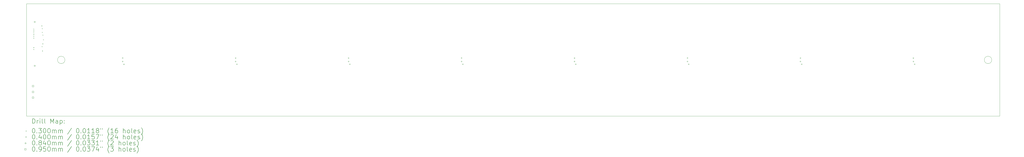
<source format=gbr>
%TF.GenerationSoftware,KiCad,Pcbnew,8.0.2-1*%
%TF.CreationDate,2025-02-21T14:42:29-05:00*%
%TF.ProjectId,OctagonPanels,4f637461-676f-46e5-9061-6e656c732e6b,rev?*%
%TF.SameCoordinates,Original*%
%TF.FileFunction,Drillmap*%
%TF.FilePolarity,Positive*%
%FSLAX45Y45*%
G04 Gerber Fmt 4.5, Leading zero omitted, Abs format (unit mm)*
G04 Created by KiCad (PCBNEW 8.0.2-1) date 2025-02-21 14:42:29*
%MOMM*%
%LPD*%
G01*
G04 APERTURE LIST*
%ADD10C,0.050000*%
%ADD11C,0.200000*%
%ADD12C,0.100000*%
G04 APERTURE END LIST*
D10*
X41330000Y-5860000D02*
X41330000Y-10740000D01*
X40990000Y-8300000D02*
G75*
G02*
X40670000Y-8300000I-160000J0D01*
G01*
X40670000Y-8300000D02*
G75*
G02*
X40990000Y-8300000I160000J0D01*
G01*
X-710000Y-5860000D02*
X41330000Y-5860000D01*
X-710000Y-5860000D02*
X-710000Y-10740000D01*
X950000Y-8300000D02*
G75*
G02*
X630000Y-8300000I-160000J0D01*
G01*
X630000Y-8300000D02*
G75*
G02*
X950000Y-8300000I160000J0D01*
G01*
X-710000Y-10740000D02*
X41330000Y-10740000D01*
D11*
D12*
X-415000Y-6945000D02*
X-385000Y-6975000D01*
X-385000Y-6945000D02*
X-415000Y-6975000D01*
X-415000Y-7025000D02*
X-385000Y-7055000D01*
X-385000Y-7025000D02*
X-415000Y-7055000D01*
X-415000Y-7105000D02*
X-385000Y-7135000D01*
X-385000Y-7105000D02*
X-415000Y-7135000D01*
X-415000Y-7185000D02*
X-385000Y-7215000D01*
X-385000Y-7185000D02*
X-415000Y-7215000D01*
X-415000Y-7265000D02*
X-385000Y-7295000D01*
X-385000Y-7265000D02*
X-415000Y-7295000D01*
X-415000Y-7345000D02*
X-385000Y-7375000D01*
X-385000Y-7345000D02*
X-415000Y-7375000D01*
X-415000Y-7745000D02*
X-385000Y-7775000D01*
X-385000Y-7745000D02*
X-415000Y-7775000D01*
X-415000Y-7825000D02*
X-385000Y-7855000D01*
X-385000Y-7825000D02*
X-415000Y-7855000D01*
X-65000Y-6805000D02*
X-35000Y-6835000D01*
X-35000Y-6805000D02*
X-65000Y-6835000D01*
X-55000Y-7705000D02*
X-25000Y-7735000D01*
X-25000Y-7705000D02*
X-55000Y-7735000D01*
X-45000Y-6925000D02*
X-15000Y-6955000D01*
X-15000Y-6925000D02*
X-45000Y-6955000D01*
X-45000Y-7085000D02*
X-15000Y-7115000D01*
X-15000Y-7085000D02*
X-45000Y-7115000D01*
X-35000Y-7895000D02*
X-5000Y-7925000D01*
X-5000Y-7895000D02*
X-35000Y-7925000D01*
X-25000Y-7585000D02*
X5000Y-7615000D01*
X5000Y-7585000D02*
X-25000Y-7615000D01*
X-20147Y-7205000D02*
X9853Y-7235000D01*
X9853Y-7205000D02*
X-20147Y-7235000D01*
X5000Y-7405000D02*
X35000Y-7435000D01*
X35000Y-7405000D02*
X5000Y-7435000D01*
X3465000Y-8220000D02*
G75*
G02*
X3425000Y-8220000I-20000J0D01*
G01*
X3425000Y-8220000D02*
G75*
G02*
X3465000Y-8220000I20000J0D01*
G01*
X3465000Y-8370000D02*
G75*
G02*
X3425000Y-8370000I-20000J0D01*
G01*
X3425000Y-8370000D02*
G75*
G02*
X3465000Y-8370000I20000J0D01*
G01*
X3520000Y-8490000D02*
G75*
G02*
X3480000Y-8490000I-20000J0D01*
G01*
X3480000Y-8490000D02*
G75*
G02*
X3520000Y-8490000I20000J0D01*
G01*
X8345000Y-8220000D02*
G75*
G02*
X8305000Y-8220000I-20000J0D01*
G01*
X8305000Y-8220000D02*
G75*
G02*
X8345000Y-8220000I20000J0D01*
G01*
X8345000Y-8370000D02*
G75*
G02*
X8305000Y-8370000I-20000J0D01*
G01*
X8305000Y-8370000D02*
G75*
G02*
X8345000Y-8370000I20000J0D01*
G01*
X8400000Y-8490000D02*
G75*
G02*
X8360000Y-8490000I-20000J0D01*
G01*
X8360000Y-8490000D02*
G75*
G02*
X8400000Y-8490000I20000J0D01*
G01*
X13225000Y-8220000D02*
G75*
G02*
X13185000Y-8220000I-20000J0D01*
G01*
X13185000Y-8220000D02*
G75*
G02*
X13225000Y-8220000I20000J0D01*
G01*
X13225000Y-8370000D02*
G75*
G02*
X13185000Y-8370000I-20000J0D01*
G01*
X13185000Y-8370000D02*
G75*
G02*
X13225000Y-8370000I20000J0D01*
G01*
X13280000Y-8490000D02*
G75*
G02*
X13240000Y-8490000I-20000J0D01*
G01*
X13240000Y-8490000D02*
G75*
G02*
X13280000Y-8490000I20000J0D01*
G01*
X18105000Y-8220000D02*
G75*
G02*
X18065000Y-8220000I-20000J0D01*
G01*
X18065000Y-8220000D02*
G75*
G02*
X18105000Y-8220000I20000J0D01*
G01*
X18105000Y-8370000D02*
G75*
G02*
X18065000Y-8370000I-20000J0D01*
G01*
X18065000Y-8370000D02*
G75*
G02*
X18105000Y-8370000I20000J0D01*
G01*
X18160000Y-8490000D02*
G75*
G02*
X18120000Y-8490000I-20000J0D01*
G01*
X18120000Y-8490000D02*
G75*
G02*
X18160000Y-8490000I20000J0D01*
G01*
X22985000Y-8220000D02*
G75*
G02*
X22945000Y-8220000I-20000J0D01*
G01*
X22945000Y-8220000D02*
G75*
G02*
X22985000Y-8220000I20000J0D01*
G01*
X22985000Y-8370000D02*
G75*
G02*
X22945000Y-8370000I-20000J0D01*
G01*
X22945000Y-8370000D02*
G75*
G02*
X22985000Y-8370000I20000J0D01*
G01*
X23040000Y-8490000D02*
G75*
G02*
X23000000Y-8490000I-20000J0D01*
G01*
X23000000Y-8490000D02*
G75*
G02*
X23040000Y-8490000I20000J0D01*
G01*
X27865000Y-8220000D02*
G75*
G02*
X27825000Y-8220000I-20000J0D01*
G01*
X27825000Y-8220000D02*
G75*
G02*
X27865000Y-8220000I20000J0D01*
G01*
X27865000Y-8370000D02*
G75*
G02*
X27825000Y-8370000I-20000J0D01*
G01*
X27825000Y-8370000D02*
G75*
G02*
X27865000Y-8370000I20000J0D01*
G01*
X27920000Y-8490000D02*
G75*
G02*
X27880000Y-8490000I-20000J0D01*
G01*
X27880000Y-8490000D02*
G75*
G02*
X27920000Y-8490000I20000J0D01*
G01*
X32745000Y-8220000D02*
G75*
G02*
X32705000Y-8220000I-20000J0D01*
G01*
X32705000Y-8220000D02*
G75*
G02*
X32745000Y-8220000I20000J0D01*
G01*
X32745000Y-8370000D02*
G75*
G02*
X32705000Y-8370000I-20000J0D01*
G01*
X32705000Y-8370000D02*
G75*
G02*
X32745000Y-8370000I20000J0D01*
G01*
X32800000Y-8490000D02*
G75*
G02*
X32760000Y-8490000I-20000J0D01*
G01*
X32760000Y-8490000D02*
G75*
G02*
X32800000Y-8490000I20000J0D01*
G01*
X37625000Y-8220000D02*
G75*
G02*
X37585000Y-8220000I-20000J0D01*
G01*
X37585000Y-8220000D02*
G75*
G02*
X37625000Y-8220000I20000J0D01*
G01*
X37625000Y-8370000D02*
G75*
G02*
X37585000Y-8370000I-20000J0D01*
G01*
X37585000Y-8370000D02*
G75*
G02*
X37625000Y-8370000I20000J0D01*
G01*
X37680000Y-8490000D02*
G75*
G02*
X37640000Y-8490000I-20000J0D01*
G01*
X37640000Y-8490000D02*
G75*
G02*
X37680000Y-8490000I20000J0D01*
G01*
X-360000Y-6608500D02*
X-360000Y-6692500D01*
X-402000Y-6650500D02*
X-318000Y-6650500D01*
X-360000Y-8507500D02*
X-360000Y-8591500D01*
X-402000Y-8549500D02*
X-318000Y-8549500D01*
X-396412Y-9467082D02*
X-396412Y-9399906D01*
X-463588Y-9399906D01*
X-463588Y-9467082D01*
X-396412Y-9467082D01*
X-396412Y-9717082D02*
X-396412Y-9649906D01*
X-463588Y-9649906D01*
X-463588Y-9717082D01*
X-396412Y-9717082D01*
X-396412Y-9967082D02*
X-396412Y-9899906D01*
X-463588Y-9899906D01*
X-463588Y-9967082D01*
X-396412Y-9967082D01*
D11*
X-451723Y-11053984D02*
X-451723Y-10853984D01*
X-451723Y-10853984D02*
X-404104Y-10853984D01*
X-404104Y-10853984D02*
X-375533Y-10863508D01*
X-375533Y-10863508D02*
X-356485Y-10882555D01*
X-356485Y-10882555D02*
X-346961Y-10901603D01*
X-346961Y-10901603D02*
X-337437Y-10939698D01*
X-337437Y-10939698D02*
X-337437Y-10968270D01*
X-337437Y-10968270D02*
X-346961Y-11006365D01*
X-346961Y-11006365D02*
X-356485Y-11025412D01*
X-356485Y-11025412D02*
X-375533Y-11044460D01*
X-375533Y-11044460D02*
X-404104Y-11053984D01*
X-404104Y-11053984D02*
X-451723Y-11053984D01*
X-251723Y-11053984D02*
X-251723Y-10920650D01*
X-251723Y-10958746D02*
X-242199Y-10939698D01*
X-242199Y-10939698D02*
X-232675Y-10930174D01*
X-232675Y-10930174D02*
X-213628Y-10920650D01*
X-213628Y-10920650D02*
X-194580Y-10920650D01*
X-127914Y-11053984D02*
X-127914Y-10920650D01*
X-127914Y-10853984D02*
X-137437Y-10863508D01*
X-137437Y-10863508D02*
X-127914Y-10873031D01*
X-127914Y-10873031D02*
X-118390Y-10863508D01*
X-118390Y-10863508D02*
X-127914Y-10853984D01*
X-127914Y-10853984D02*
X-127914Y-10873031D01*
X-4104Y-11053984D02*
X-23152Y-11044460D01*
X-23152Y-11044460D02*
X-32675Y-11025412D01*
X-32675Y-11025412D02*
X-32675Y-10853984D01*
X100658Y-11053984D02*
X81610Y-11044460D01*
X81610Y-11044460D02*
X72086Y-11025412D01*
X72086Y-11025412D02*
X72086Y-10853984D01*
X329229Y-11053984D02*
X329229Y-10853984D01*
X329229Y-10853984D02*
X395896Y-10996841D01*
X395896Y-10996841D02*
X462562Y-10853984D01*
X462562Y-10853984D02*
X462562Y-11053984D01*
X643515Y-11053984D02*
X643515Y-10949222D01*
X643515Y-10949222D02*
X633991Y-10930174D01*
X633991Y-10930174D02*
X614944Y-10920650D01*
X614944Y-10920650D02*
X576848Y-10920650D01*
X576848Y-10920650D02*
X557801Y-10930174D01*
X643515Y-11044460D02*
X624467Y-11053984D01*
X624467Y-11053984D02*
X576848Y-11053984D01*
X576848Y-11053984D02*
X557801Y-11044460D01*
X557801Y-11044460D02*
X548277Y-11025412D01*
X548277Y-11025412D02*
X548277Y-11006365D01*
X548277Y-11006365D02*
X557801Y-10987317D01*
X557801Y-10987317D02*
X576848Y-10977793D01*
X576848Y-10977793D02*
X624467Y-10977793D01*
X624467Y-10977793D02*
X643515Y-10968270D01*
X738753Y-10920650D02*
X738753Y-11120650D01*
X738753Y-10930174D02*
X757801Y-10920650D01*
X757801Y-10920650D02*
X795896Y-10920650D01*
X795896Y-10920650D02*
X814943Y-10930174D01*
X814943Y-10930174D02*
X824467Y-10939698D01*
X824467Y-10939698D02*
X833991Y-10958746D01*
X833991Y-10958746D02*
X833991Y-11015889D01*
X833991Y-11015889D02*
X824467Y-11034936D01*
X824467Y-11034936D02*
X814943Y-11044460D01*
X814943Y-11044460D02*
X795896Y-11053984D01*
X795896Y-11053984D02*
X757801Y-11053984D01*
X757801Y-11053984D02*
X738753Y-11044460D01*
X919705Y-11034936D02*
X929229Y-11044460D01*
X929229Y-11044460D02*
X919705Y-11053984D01*
X919705Y-11053984D02*
X910182Y-11044460D01*
X910182Y-11044460D02*
X919705Y-11034936D01*
X919705Y-11034936D02*
X919705Y-11053984D01*
X919705Y-10930174D02*
X929229Y-10939698D01*
X929229Y-10939698D02*
X919705Y-10949222D01*
X919705Y-10949222D02*
X910182Y-10939698D01*
X910182Y-10939698D02*
X919705Y-10930174D01*
X919705Y-10930174D02*
X919705Y-10949222D01*
D12*
X-742500Y-11367500D02*
X-712500Y-11397500D01*
X-712500Y-11367500D02*
X-742500Y-11397500D01*
D11*
X-413628Y-11273984D02*
X-394580Y-11273984D01*
X-394580Y-11273984D02*
X-375533Y-11283508D01*
X-375533Y-11283508D02*
X-366009Y-11293031D01*
X-366009Y-11293031D02*
X-356485Y-11312079D01*
X-356485Y-11312079D02*
X-346961Y-11350174D01*
X-346961Y-11350174D02*
X-346961Y-11397793D01*
X-346961Y-11397793D02*
X-356485Y-11435888D01*
X-356485Y-11435888D02*
X-366009Y-11454936D01*
X-366009Y-11454936D02*
X-375533Y-11464460D01*
X-375533Y-11464460D02*
X-394580Y-11473984D01*
X-394580Y-11473984D02*
X-413628Y-11473984D01*
X-413628Y-11473984D02*
X-432675Y-11464460D01*
X-432675Y-11464460D02*
X-442199Y-11454936D01*
X-442199Y-11454936D02*
X-451723Y-11435888D01*
X-451723Y-11435888D02*
X-461247Y-11397793D01*
X-461247Y-11397793D02*
X-461247Y-11350174D01*
X-461247Y-11350174D02*
X-451723Y-11312079D01*
X-451723Y-11312079D02*
X-442199Y-11293031D01*
X-442199Y-11293031D02*
X-432675Y-11283508D01*
X-432675Y-11283508D02*
X-413628Y-11273984D01*
X-261247Y-11454936D02*
X-251723Y-11464460D01*
X-251723Y-11464460D02*
X-261247Y-11473984D01*
X-261247Y-11473984D02*
X-270771Y-11464460D01*
X-270771Y-11464460D02*
X-261247Y-11454936D01*
X-261247Y-11454936D02*
X-261247Y-11473984D01*
X-185056Y-11273984D02*
X-61247Y-11273984D01*
X-61247Y-11273984D02*
X-127914Y-11350174D01*
X-127914Y-11350174D02*
X-99342Y-11350174D01*
X-99342Y-11350174D02*
X-80295Y-11359698D01*
X-80295Y-11359698D02*
X-70771Y-11369222D01*
X-70771Y-11369222D02*
X-61247Y-11388269D01*
X-61247Y-11388269D02*
X-61247Y-11435888D01*
X-61247Y-11435888D02*
X-70771Y-11454936D01*
X-70771Y-11454936D02*
X-80295Y-11464460D01*
X-80295Y-11464460D02*
X-99342Y-11473984D01*
X-99342Y-11473984D02*
X-156485Y-11473984D01*
X-156485Y-11473984D02*
X-175533Y-11464460D01*
X-175533Y-11464460D02*
X-185056Y-11454936D01*
X62562Y-11273984D02*
X81610Y-11273984D01*
X81610Y-11273984D02*
X100658Y-11283508D01*
X100658Y-11283508D02*
X110182Y-11293031D01*
X110182Y-11293031D02*
X119705Y-11312079D01*
X119705Y-11312079D02*
X129229Y-11350174D01*
X129229Y-11350174D02*
X129229Y-11397793D01*
X129229Y-11397793D02*
X119705Y-11435888D01*
X119705Y-11435888D02*
X110182Y-11454936D01*
X110182Y-11454936D02*
X100658Y-11464460D01*
X100658Y-11464460D02*
X81610Y-11473984D01*
X81610Y-11473984D02*
X62562Y-11473984D01*
X62562Y-11473984D02*
X43515Y-11464460D01*
X43515Y-11464460D02*
X33991Y-11454936D01*
X33991Y-11454936D02*
X24467Y-11435888D01*
X24467Y-11435888D02*
X14943Y-11397793D01*
X14943Y-11397793D02*
X14943Y-11350174D01*
X14943Y-11350174D02*
X24467Y-11312079D01*
X24467Y-11312079D02*
X33991Y-11293031D01*
X33991Y-11293031D02*
X43515Y-11283508D01*
X43515Y-11283508D02*
X62562Y-11273984D01*
X253039Y-11273984D02*
X272086Y-11273984D01*
X272086Y-11273984D02*
X291134Y-11283508D01*
X291134Y-11283508D02*
X300658Y-11293031D01*
X300658Y-11293031D02*
X310182Y-11312079D01*
X310182Y-11312079D02*
X319705Y-11350174D01*
X319705Y-11350174D02*
X319705Y-11397793D01*
X319705Y-11397793D02*
X310182Y-11435888D01*
X310182Y-11435888D02*
X300658Y-11454936D01*
X300658Y-11454936D02*
X291134Y-11464460D01*
X291134Y-11464460D02*
X272086Y-11473984D01*
X272086Y-11473984D02*
X253039Y-11473984D01*
X253039Y-11473984D02*
X233991Y-11464460D01*
X233991Y-11464460D02*
X224467Y-11454936D01*
X224467Y-11454936D02*
X214943Y-11435888D01*
X214943Y-11435888D02*
X205420Y-11397793D01*
X205420Y-11397793D02*
X205420Y-11350174D01*
X205420Y-11350174D02*
X214943Y-11312079D01*
X214943Y-11312079D02*
X224467Y-11293031D01*
X224467Y-11293031D02*
X233991Y-11283508D01*
X233991Y-11283508D02*
X253039Y-11273984D01*
X405420Y-11473984D02*
X405420Y-11340650D01*
X405420Y-11359698D02*
X414943Y-11350174D01*
X414943Y-11350174D02*
X433991Y-11340650D01*
X433991Y-11340650D02*
X462563Y-11340650D01*
X462563Y-11340650D02*
X481610Y-11350174D01*
X481610Y-11350174D02*
X491134Y-11369222D01*
X491134Y-11369222D02*
X491134Y-11473984D01*
X491134Y-11369222D02*
X500658Y-11350174D01*
X500658Y-11350174D02*
X519705Y-11340650D01*
X519705Y-11340650D02*
X548277Y-11340650D01*
X548277Y-11340650D02*
X567325Y-11350174D01*
X567325Y-11350174D02*
X576848Y-11369222D01*
X576848Y-11369222D02*
X576848Y-11473984D01*
X672086Y-11473984D02*
X672086Y-11340650D01*
X672086Y-11359698D02*
X681610Y-11350174D01*
X681610Y-11350174D02*
X700658Y-11340650D01*
X700658Y-11340650D02*
X729229Y-11340650D01*
X729229Y-11340650D02*
X748277Y-11350174D01*
X748277Y-11350174D02*
X757801Y-11369222D01*
X757801Y-11369222D02*
X757801Y-11473984D01*
X757801Y-11369222D02*
X767324Y-11350174D01*
X767324Y-11350174D02*
X786372Y-11340650D01*
X786372Y-11340650D02*
X814943Y-11340650D01*
X814943Y-11340650D02*
X833991Y-11350174D01*
X833991Y-11350174D02*
X843515Y-11369222D01*
X843515Y-11369222D02*
X843515Y-11473984D01*
X1233991Y-11264460D02*
X1062563Y-11521603D01*
X1491134Y-11273984D02*
X1510182Y-11273984D01*
X1510182Y-11273984D02*
X1529229Y-11283508D01*
X1529229Y-11283508D02*
X1538753Y-11293031D01*
X1538753Y-11293031D02*
X1548277Y-11312079D01*
X1548277Y-11312079D02*
X1557801Y-11350174D01*
X1557801Y-11350174D02*
X1557801Y-11397793D01*
X1557801Y-11397793D02*
X1548277Y-11435888D01*
X1548277Y-11435888D02*
X1538753Y-11454936D01*
X1538753Y-11454936D02*
X1529229Y-11464460D01*
X1529229Y-11464460D02*
X1510182Y-11473984D01*
X1510182Y-11473984D02*
X1491134Y-11473984D01*
X1491134Y-11473984D02*
X1472086Y-11464460D01*
X1472086Y-11464460D02*
X1462563Y-11454936D01*
X1462563Y-11454936D02*
X1453039Y-11435888D01*
X1453039Y-11435888D02*
X1443515Y-11397793D01*
X1443515Y-11397793D02*
X1443515Y-11350174D01*
X1443515Y-11350174D02*
X1453039Y-11312079D01*
X1453039Y-11312079D02*
X1462563Y-11293031D01*
X1462563Y-11293031D02*
X1472086Y-11283508D01*
X1472086Y-11283508D02*
X1491134Y-11273984D01*
X1643515Y-11454936D02*
X1653039Y-11464460D01*
X1653039Y-11464460D02*
X1643515Y-11473984D01*
X1643515Y-11473984D02*
X1633991Y-11464460D01*
X1633991Y-11464460D02*
X1643515Y-11454936D01*
X1643515Y-11454936D02*
X1643515Y-11473984D01*
X1776848Y-11273984D02*
X1795896Y-11273984D01*
X1795896Y-11273984D02*
X1814944Y-11283508D01*
X1814944Y-11283508D02*
X1824467Y-11293031D01*
X1824467Y-11293031D02*
X1833991Y-11312079D01*
X1833991Y-11312079D02*
X1843515Y-11350174D01*
X1843515Y-11350174D02*
X1843515Y-11397793D01*
X1843515Y-11397793D02*
X1833991Y-11435888D01*
X1833991Y-11435888D02*
X1824467Y-11454936D01*
X1824467Y-11454936D02*
X1814944Y-11464460D01*
X1814944Y-11464460D02*
X1795896Y-11473984D01*
X1795896Y-11473984D02*
X1776848Y-11473984D01*
X1776848Y-11473984D02*
X1757801Y-11464460D01*
X1757801Y-11464460D02*
X1748277Y-11454936D01*
X1748277Y-11454936D02*
X1738753Y-11435888D01*
X1738753Y-11435888D02*
X1729229Y-11397793D01*
X1729229Y-11397793D02*
X1729229Y-11350174D01*
X1729229Y-11350174D02*
X1738753Y-11312079D01*
X1738753Y-11312079D02*
X1748277Y-11293031D01*
X1748277Y-11293031D02*
X1757801Y-11283508D01*
X1757801Y-11283508D02*
X1776848Y-11273984D01*
X2033991Y-11473984D02*
X1919706Y-11473984D01*
X1976848Y-11473984D02*
X1976848Y-11273984D01*
X1976848Y-11273984D02*
X1957801Y-11302555D01*
X1957801Y-11302555D02*
X1938753Y-11321603D01*
X1938753Y-11321603D02*
X1919706Y-11331127D01*
X2224468Y-11473984D02*
X2110182Y-11473984D01*
X2167325Y-11473984D02*
X2167325Y-11273984D01*
X2167325Y-11273984D02*
X2148277Y-11302555D01*
X2148277Y-11302555D02*
X2129229Y-11321603D01*
X2129229Y-11321603D02*
X2110182Y-11331127D01*
X2338753Y-11359698D02*
X2319706Y-11350174D01*
X2319706Y-11350174D02*
X2310182Y-11340650D01*
X2310182Y-11340650D02*
X2300658Y-11321603D01*
X2300658Y-11321603D02*
X2300658Y-11312079D01*
X2300658Y-11312079D02*
X2310182Y-11293031D01*
X2310182Y-11293031D02*
X2319706Y-11283508D01*
X2319706Y-11283508D02*
X2338753Y-11273984D01*
X2338753Y-11273984D02*
X2376849Y-11273984D01*
X2376849Y-11273984D02*
X2395896Y-11283508D01*
X2395896Y-11283508D02*
X2405420Y-11293031D01*
X2405420Y-11293031D02*
X2414944Y-11312079D01*
X2414944Y-11312079D02*
X2414944Y-11321603D01*
X2414944Y-11321603D02*
X2405420Y-11340650D01*
X2405420Y-11340650D02*
X2395896Y-11350174D01*
X2395896Y-11350174D02*
X2376849Y-11359698D01*
X2376849Y-11359698D02*
X2338753Y-11359698D01*
X2338753Y-11359698D02*
X2319706Y-11369222D01*
X2319706Y-11369222D02*
X2310182Y-11378746D01*
X2310182Y-11378746D02*
X2300658Y-11397793D01*
X2300658Y-11397793D02*
X2300658Y-11435888D01*
X2300658Y-11435888D02*
X2310182Y-11454936D01*
X2310182Y-11454936D02*
X2319706Y-11464460D01*
X2319706Y-11464460D02*
X2338753Y-11473984D01*
X2338753Y-11473984D02*
X2376849Y-11473984D01*
X2376849Y-11473984D02*
X2395896Y-11464460D01*
X2395896Y-11464460D02*
X2405420Y-11454936D01*
X2405420Y-11454936D02*
X2414944Y-11435888D01*
X2414944Y-11435888D02*
X2414944Y-11397793D01*
X2414944Y-11397793D02*
X2405420Y-11378746D01*
X2405420Y-11378746D02*
X2395896Y-11369222D01*
X2395896Y-11369222D02*
X2376849Y-11359698D01*
X2491134Y-11273984D02*
X2491134Y-11312079D01*
X2567325Y-11273984D02*
X2567325Y-11312079D01*
X2862563Y-11550174D02*
X2853039Y-11540650D01*
X2853039Y-11540650D02*
X2833991Y-11512079D01*
X2833991Y-11512079D02*
X2824468Y-11493031D01*
X2824468Y-11493031D02*
X2814944Y-11464460D01*
X2814944Y-11464460D02*
X2805420Y-11416841D01*
X2805420Y-11416841D02*
X2805420Y-11378746D01*
X2805420Y-11378746D02*
X2814944Y-11331127D01*
X2814944Y-11331127D02*
X2824468Y-11302555D01*
X2824468Y-11302555D02*
X2833991Y-11283508D01*
X2833991Y-11283508D02*
X2853039Y-11254936D01*
X2853039Y-11254936D02*
X2862563Y-11245412D01*
X3043515Y-11473984D02*
X2929229Y-11473984D01*
X2986372Y-11473984D02*
X2986372Y-11273984D01*
X2986372Y-11273984D02*
X2967325Y-11302555D01*
X2967325Y-11302555D02*
X2948277Y-11321603D01*
X2948277Y-11321603D02*
X2929229Y-11331127D01*
X3214944Y-11273984D02*
X3176848Y-11273984D01*
X3176848Y-11273984D02*
X3157801Y-11283508D01*
X3157801Y-11283508D02*
X3148277Y-11293031D01*
X3148277Y-11293031D02*
X3129229Y-11321603D01*
X3129229Y-11321603D02*
X3119706Y-11359698D01*
X3119706Y-11359698D02*
X3119706Y-11435888D01*
X3119706Y-11435888D02*
X3129229Y-11454936D01*
X3129229Y-11454936D02*
X3138753Y-11464460D01*
X3138753Y-11464460D02*
X3157801Y-11473984D01*
X3157801Y-11473984D02*
X3195896Y-11473984D01*
X3195896Y-11473984D02*
X3214944Y-11464460D01*
X3214944Y-11464460D02*
X3224468Y-11454936D01*
X3224468Y-11454936D02*
X3233991Y-11435888D01*
X3233991Y-11435888D02*
X3233991Y-11388269D01*
X3233991Y-11388269D02*
X3224468Y-11369222D01*
X3224468Y-11369222D02*
X3214944Y-11359698D01*
X3214944Y-11359698D02*
X3195896Y-11350174D01*
X3195896Y-11350174D02*
X3157801Y-11350174D01*
X3157801Y-11350174D02*
X3138753Y-11359698D01*
X3138753Y-11359698D02*
X3129229Y-11369222D01*
X3129229Y-11369222D02*
X3119706Y-11388269D01*
X3472087Y-11473984D02*
X3472087Y-11273984D01*
X3557801Y-11473984D02*
X3557801Y-11369222D01*
X3557801Y-11369222D02*
X3548277Y-11350174D01*
X3548277Y-11350174D02*
X3529230Y-11340650D01*
X3529230Y-11340650D02*
X3500658Y-11340650D01*
X3500658Y-11340650D02*
X3481610Y-11350174D01*
X3481610Y-11350174D02*
X3472087Y-11359698D01*
X3681610Y-11473984D02*
X3662563Y-11464460D01*
X3662563Y-11464460D02*
X3653039Y-11454936D01*
X3653039Y-11454936D02*
X3643515Y-11435888D01*
X3643515Y-11435888D02*
X3643515Y-11378746D01*
X3643515Y-11378746D02*
X3653039Y-11359698D01*
X3653039Y-11359698D02*
X3662563Y-11350174D01*
X3662563Y-11350174D02*
X3681610Y-11340650D01*
X3681610Y-11340650D02*
X3710182Y-11340650D01*
X3710182Y-11340650D02*
X3729230Y-11350174D01*
X3729230Y-11350174D02*
X3738753Y-11359698D01*
X3738753Y-11359698D02*
X3748277Y-11378746D01*
X3748277Y-11378746D02*
X3748277Y-11435888D01*
X3748277Y-11435888D02*
X3738753Y-11454936D01*
X3738753Y-11454936D02*
X3729230Y-11464460D01*
X3729230Y-11464460D02*
X3710182Y-11473984D01*
X3710182Y-11473984D02*
X3681610Y-11473984D01*
X3862563Y-11473984D02*
X3843515Y-11464460D01*
X3843515Y-11464460D02*
X3833991Y-11445412D01*
X3833991Y-11445412D02*
X3833991Y-11273984D01*
X4014944Y-11464460D02*
X3995896Y-11473984D01*
X3995896Y-11473984D02*
X3957801Y-11473984D01*
X3957801Y-11473984D02*
X3938753Y-11464460D01*
X3938753Y-11464460D02*
X3929230Y-11445412D01*
X3929230Y-11445412D02*
X3929230Y-11369222D01*
X3929230Y-11369222D02*
X3938753Y-11350174D01*
X3938753Y-11350174D02*
X3957801Y-11340650D01*
X3957801Y-11340650D02*
X3995896Y-11340650D01*
X3995896Y-11340650D02*
X4014944Y-11350174D01*
X4014944Y-11350174D02*
X4024468Y-11369222D01*
X4024468Y-11369222D02*
X4024468Y-11388269D01*
X4024468Y-11388269D02*
X3929230Y-11407317D01*
X4100658Y-11464460D02*
X4119706Y-11473984D01*
X4119706Y-11473984D02*
X4157801Y-11473984D01*
X4157801Y-11473984D02*
X4176849Y-11464460D01*
X4176849Y-11464460D02*
X4186372Y-11445412D01*
X4186372Y-11445412D02*
X4186372Y-11435888D01*
X4186372Y-11435888D02*
X4176849Y-11416841D01*
X4176849Y-11416841D02*
X4157801Y-11407317D01*
X4157801Y-11407317D02*
X4129230Y-11407317D01*
X4129230Y-11407317D02*
X4110182Y-11397793D01*
X4110182Y-11397793D02*
X4100658Y-11378746D01*
X4100658Y-11378746D02*
X4100658Y-11369222D01*
X4100658Y-11369222D02*
X4110182Y-11350174D01*
X4110182Y-11350174D02*
X4129230Y-11340650D01*
X4129230Y-11340650D02*
X4157801Y-11340650D01*
X4157801Y-11340650D02*
X4176849Y-11350174D01*
X4253039Y-11550174D02*
X4262563Y-11540650D01*
X4262563Y-11540650D02*
X4281611Y-11512079D01*
X4281611Y-11512079D02*
X4291134Y-11493031D01*
X4291134Y-11493031D02*
X4300658Y-11464460D01*
X4300658Y-11464460D02*
X4310182Y-11416841D01*
X4310182Y-11416841D02*
X4310182Y-11378746D01*
X4310182Y-11378746D02*
X4300658Y-11331127D01*
X4300658Y-11331127D02*
X4291134Y-11302555D01*
X4291134Y-11302555D02*
X4281611Y-11283508D01*
X4281611Y-11283508D02*
X4262563Y-11254936D01*
X4262563Y-11254936D02*
X4253039Y-11245412D01*
D12*
X-712500Y-11646500D02*
G75*
G02*
X-752500Y-11646500I-20000J0D01*
G01*
X-752500Y-11646500D02*
G75*
G02*
X-712500Y-11646500I20000J0D01*
G01*
D11*
X-413628Y-11537984D02*
X-394580Y-11537984D01*
X-394580Y-11537984D02*
X-375533Y-11547508D01*
X-375533Y-11547508D02*
X-366009Y-11557031D01*
X-366009Y-11557031D02*
X-356485Y-11576079D01*
X-356485Y-11576079D02*
X-346961Y-11614174D01*
X-346961Y-11614174D02*
X-346961Y-11661793D01*
X-346961Y-11661793D02*
X-356485Y-11699888D01*
X-356485Y-11699888D02*
X-366009Y-11718936D01*
X-366009Y-11718936D02*
X-375533Y-11728460D01*
X-375533Y-11728460D02*
X-394580Y-11737984D01*
X-394580Y-11737984D02*
X-413628Y-11737984D01*
X-413628Y-11737984D02*
X-432675Y-11728460D01*
X-432675Y-11728460D02*
X-442199Y-11718936D01*
X-442199Y-11718936D02*
X-451723Y-11699888D01*
X-451723Y-11699888D02*
X-461247Y-11661793D01*
X-461247Y-11661793D02*
X-461247Y-11614174D01*
X-461247Y-11614174D02*
X-451723Y-11576079D01*
X-451723Y-11576079D02*
X-442199Y-11557031D01*
X-442199Y-11557031D02*
X-432675Y-11547508D01*
X-432675Y-11547508D02*
X-413628Y-11537984D01*
X-261247Y-11718936D02*
X-251723Y-11728460D01*
X-251723Y-11728460D02*
X-261247Y-11737984D01*
X-261247Y-11737984D02*
X-270771Y-11728460D01*
X-270771Y-11728460D02*
X-261247Y-11718936D01*
X-261247Y-11718936D02*
X-261247Y-11737984D01*
X-80295Y-11604650D02*
X-80295Y-11737984D01*
X-127914Y-11528460D02*
X-175533Y-11671317D01*
X-175533Y-11671317D02*
X-51723Y-11671317D01*
X62562Y-11537984D02*
X81610Y-11537984D01*
X81610Y-11537984D02*
X100658Y-11547508D01*
X100658Y-11547508D02*
X110182Y-11557031D01*
X110182Y-11557031D02*
X119705Y-11576079D01*
X119705Y-11576079D02*
X129229Y-11614174D01*
X129229Y-11614174D02*
X129229Y-11661793D01*
X129229Y-11661793D02*
X119705Y-11699888D01*
X119705Y-11699888D02*
X110182Y-11718936D01*
X110182Y-11718936D02*
X100658Y-11728460D01*
X100658Y-11728460D02*
X81610Y-11737984D01*
X81610Y-11737984D02*
X62562Y-11737984D01*
X62562Y-11737984D02*
X43515Y-11728460D01*
X43515Y-11728460D02*
X33991Y-11718936D01*
X33991Y-11718936D02*
X24467Y-11699888D01*
X24467Y-11699888D02*
X14943Y-11661793D01*
X14943Y-11661793D02*
X14943Y-11614174D01*
X14943Y-11614174D02*
X24467Y-11576079D01*
X24467Y-11576079D02*
X33991Y-11557031D01*
X33991Y-11557031D02*
X43515Y-11547508D01*
X43515Y-11547508D02*
X62562Y-11537984D01*
X253039Y-11537984D02*
X272086Y-11537984D01*
X272086Y-11537984D02*
X291134Y-11547508D01*
X291134Y-11547508D02*
X300658Y-11557031D01*
X300658Y-11557031D02*
X310182Y-11576079D01*
X310182Y-11576079D02*
X319705Y-11614174D01*
X319705Y-11614174D02*
X319705Y-11661793D01*
X319705Y-11661793D02*
X310182Y-11699888D01*
X310182Y-11699888D02*
X300658Y-11718936D01*
X300658Y-11718936D02*
X291134Y-11728460D01*
X291134Y-11728460D02*
X272086Y-11737984D01*
X272086Y-11737984D02*
X253039Y-11737984D01*
X253039Y-11737984D02*
X233991Y-11728460D01*
X233991Y-11728460D02*
X224467Y-11718936D01*
X224467Y-11718936D02*
X214943Y-11699888D01*
X214943Y-11699888D02*
X205420Y-11661793D01*
X205420Y-11661793D02*
X205420Y-11614174D01*
X205420Y-11614174D02*
X214943Y-11576079D01*
X214943Y-11576079D02*
X224467Y-11557031D01*
X224467Y-11557031D02*
X233991Y-11547508D01*
X233991Y-11547508D02*
X253039Y-11537984D01*
X405420Y-11737984D02*
X405420Y-11604650D01*
X405420Y-11623698D02*
X414943Y-11614174D01*
X414943Y-11614174D02*
X433991Y-11604650D01*
X433991Y-11604650D02*
X462563Y-11604650D01*
X462563Y-11604650D02*
X481610Y-11614174D01*
X481610Y-11614174D02*
X491134Y-11633222D01*
X491134Y-11633222D02*
X491134Y-11737984D01*
X491134Y-11633222D02*
X500658Y-11614174D01*
X500658Y-11614174D02*
X519705Y-11604650D01*
X519705Y-11604650D02*
X548277Y-11604650D01*
X548277Y-11604650D02*
X567325Y-11614174D01*
X567325Y-11614174D02*
X576848Y-11633222D01*
X576848Y-11633222D02*
X576848Y-11737984D01*
X672086Y-11737984D02*
X672086Y-11604650D01*
X672086Y-11623698D02*
X681610Y-11614174D01*
X681610Y-11614174D02*
X700658Y-11604650D01*
X700658Y-11604650D02*
X729229Y-11604650D01*
X729229Y-11604650D02*
X748277Y-11614174D01*
X748277Y-11614174D02*
X757801Y-11633222D01*
X757801Y-11633222D02*
X757801Y-11737984D01*
X757801Y-11633222D02*
X767324Y-11614174D01*
X767324Y-11614174D02*
X786372Y-11604650D01*
X786372Y-11604650D02*
X814943Y-11604650D01*
X814943Y-11604650D02*
X833991Y-11614174D01*
X833991Y-11614174D02*
X843515Y-11633222D01*
X843515Y-11633222D02*
X843515Y-11737984D01*
X1233991Y-11528460D02*
X1062563Y-11785603D01*
X1491134Y-11537984D02*
X1510182Y-11537984D01*
X1510182Y-11537984D02*
X1529229Y-11547508D01*
X1529229Y-11547508D02*
X1538753Y-11557031D01*
X1538753Y-11557031D02*
X1548277Y-11576079D01*
X1548277Y-11576079D02*
X1557801Y-11614174D01*
X1557801Y-11614174D02*
X1557801Y-11661793D01*
X1557801Y-11661793D02*
X1548277Y-11699888D01*
X1548277Y-11699888D02*
X1538753Y-11718936D01*
X1538753Y-11718936D02*
X1529229Y-11728460D01*
X1529229Y-11728460D02*
X1510182Y-11737984D01*
X1510182Y-11737984D02*
X1491134Y-11737984D01*
X1491134Y-11737984D02*
X1472086Y-11728460D01*
X1472086Y-11728460D02*
X1462563Y-11718936D01*
X1462563Y-11718936D02*
X1453039Y-11699888D01*
X1453039Y-11699888D02*
X1443515Y-11661793D01*
X1443515Y-11661793D02*
X1443515Y-11614174D01*
X1443515Y-11614174D02*
X1453039Y-11576079D01*
X1453039Y-11576079D02*
X1462563Y-11557031D01*
X1462563Y-11557031D02*
X1472086Y-11547508D01*
X1472086Y-11547508D02*
X1491134Y-11537984D01*
X1643515Y-11718936D02*
X1653039Y-11728460D01*
X1653039Y-11728460D02*
X1643515Y-11737984D01*
X1643515Y-11737984D02*
X1633991Y-11728460D01*
X1633991Y-11728460D02*
X1643515Y-11718936D01*
X1643515Y-11718936D02*
X1643515Y-11737984D01*
X1776848Y-11537984D02*
X1795896Y-11537984D01*
X1795896Y-11537984D02*
X1814944Y-11547508D01*
X1814944Y-11547508D02*
X1824467Y-11557031D01*
X1824467Y-11557031D02*
X1833991Y-11576079D01*
X1833991Y-11576079D02*
X1843515Y-11614174D01*
X1843515Y-11614174D02*
X1843515Y-11661793D01*
X1843515Y-11661793D02*
X1833991Y-11699888D01*
X1833991Y-11699888D02*
X1824467Y-11718936D01*
X1824467Y-11718936D02*
X1814944Y-11728460D01*
X1814944Y-11728460D02*
X1795896Y-11737984D01*
X1795896Y-11737984D02*
X1776848Y-11737984D01*
X1776848Y-11737984D02*
X1757801Y-11728460D01*
X1757801Y-11728460D02*
X1748277Y-11718936D01*
X1748277Y-11718936D02*
X1738753Y-11699888D01*
X1738753Y-11699888D02*
X1729229Y-11661793D01*
X1729229Y-11661793D02*
X1729229Y-11614174D01*
X1729229Y-11614174D02*
X1738753Y-11576079D01*
X1738753Y-11576079D02*
X1748277Y-11557031D01*
X1748277Y-11557031D02*
X1757801Y-11547508D01*
X1757801Y-11547508D02*
X1776848Y-11537984D01*
X2033991Y-11737984D02*
X1919706Y-11737984D01*
X1976848Y-11737984D02*
X1976848Y-11537984D01*
X1976848Y-11537984D02*
X1957801Y-11566555D01*
X1957801Y-11566555D02*
X1938753Y-11585603D01*
X1938753Y-11585603D02*
X1919706Y-11595127D01*
X2214944Y-11537984D02*
X2119706Y-11537984D01*
X2119706Y-11537984D02*
X2110182Y-11633222D01*
X2110182Y-11633222D02*
X2119706Y-11623698D01*
X2119706Y-11623698D02*
X2138753Y-11614174D01*
X2138753Y-11614174D02*
X2186372Y-11614174D01*
X2186372Y-11614174D02*
X2205420Y-11623698D01*
X2205420Y-11623698D02*
X2214944Y-11633222D01*
X2214944Y-11633222D02*
X2224468Y-11652269D01*
X2224468Y-11652269D02*
X2224468Y-11699888D01*
X2224468Y-11699888D02*
X2214944Y-11718936D01*
X2214944Y-11718936D02*
X2205420Y-11728460D01*
X2205420Y-11728460D02*
X2186372Y-11737984D01*
X2186372Y-11737984D02*
X2138753Y-11737984D01*
X2138753Y-11737984D02*
X2119706Y-11728460D01*
X2119706Y-11728460D02*
X2110182Y-11718936D01*
X2291134Y-11537984D02*
X2424468Y-11537984D01*
X2424468Y-11537984D02*
X2338753Y-11737984D01*
X2491134Y-11537984D02*
X2491134Y-11576079D01*
X2567325Y-11537984D02*
X2567325Y-11576079D01*
X2862563Y-11814174D02*
X2853039Y-11804650D01*
X2853039Y-11804650D02*
X2833991Y-11776079D01*
X2833991Y-11776079D02*
X2824468Y-11757031D01*
X2824468Y-11757031D02*
X2814944Y-11728460D01*
X2814944Y-11728460D02*
X2805420Y-11680841D01*
X2805420Y-11680841D02*
X2805420Y-11642746D01*
X2805420Y-11642746D02*
X2814944Y-11595127D01*
X2814944Y-11595127D02*
X2824468Y-11566555D01*
X2824468Y-11566555D02*
X2833991Y-11547508D01*
X2833991Y-11547508D02*
X2853039Y-11518936D01*
X2853039Y-11518936D02*
X2862563Y-11509412D01*
X2929229Y-11557031D02*
X2938753Y-11547508D01*
X2938753Y-11547508D02*
X2957801Y-11537984D01*
X2957801Y-11537984D02*
X3005420Y-11537984D01*
X3005420Y-11537984D02*
X3024468Y-11547508D01*
X3024468Y-11547508D02*
X3033991Y-11557031D01*
X3033991Y-11557031D02*
X3043515Y-11576079D01*
X3043515Y-11576079D02*
X3043515Y-11595127D01*
X3043515Y-11595127D02*
X3033991Y-11623698D01*
X3033991Y-11623698D02*
X2919706Y-11737984D01*
X2919706Y-11737984D02*
X3043515Y-11737984D01*
X3214944Y-11604650D02*
X3214944Y-11737984D01*
X3167325Y-11528460D02*
X3119706Y-11671317D01*
X3119706Y-11671317D02*
X3243515Y-11671317D01*
X3472087Y-11737984D02*
X3472087Y-11537984D01*
X3557801Y-11737984D02*
X3557801Y-11633222D01*
X3557801Y-11633222D02*
X3548277Y-11614174D01*
X3548277Y-11614174D02*
X3529230Y-11604650D01*
X3529230Y-11604650D02*
X3500658Y-11604650D01*
X3500658Y-11604650D02*
X3481610Y-11614174D01*
X3481610Y-11614174D02*
X3472087Y-11623698D01*
X3681610Y-11737984D02*
X3662563Y-11728460D01*
X3662563Y-11728460D02*
X3653039Y-11718936D01*
X3653039Y-11718936D02*
X3643515Y-11699888D01*
X3643515Y-11699888D02*
X3643515Y-11642746D01*
X3643515Y-11642746D02*
X3653039Y-11623698D01*
X3653039Y-11623698D02*
X3662563Y-11614174D01*
X3662563Y-11614174D02*
X3681610Y-11604650D01*
X3681610Y-11604650D02*
X3710182Y-11604650D01*
X3710182Y-11604650D02*
X3729230Y-11614174D01*
X3729230Y-11614174D02*
X3738753Y-11623698D01*
X3738753Y-11623698D02*
X3748277Y-11642746D01*
X3748277Y-11642746D02*
X3748277Y-11699888D01*
X3748277Y-11699888D02*
X3738753Y-11718936D01*
X3738753Y-11718936D02*
X3729230Y-11728460D01*
X3729230Y-11728460D02*
X3710182Y-11737984D01*
X3710182Y-11737984D02*
X3681610Y-11737984D01*
X3862563Y-11737984D02*
X3843515Y-11728460D01*
X3843515Y-11728460D02*
X3833991Y-11709412D01*
X3833991Y-11709412D02*
X3833991Y-11537984D01*
X4014944Y-11728460D02*
X3995896Y-11737984D01*
X3995896Y-11737984D02*
X3957801Y-11737984D01*
X3957801Y-11737984D02*
X3938753Y-11728460D01*
X3938753Y-11728460D02*
X3929230Y-11709412D01*
X3929230Y-11709412D02*
X3929230Y-11633222D01*
X3929230Y-11633222D02*
X3938753Y-11614174D01*
X3938753Y-11614174D02*
X3957801Y-11604650D01*
X3957801Y-11604650D02*
X3995896Y-11604650D01*
X3995896Y-11604650D02*
X4014944Y-11614174D01*
X4014944Y-11614174D02*
X4024468Y-11633222D01*
X4024468Y-11633222D02*
X4024468Y-11652269D01*
X4024468Y-11652269D02*
X3929230Y-11671317D01*
X4100658Y-11728460D02*
X4119706Y-11737984D01*
X4119706Y-11737984D02*
X4157801Y-11737984D01*
X4157801Y-11737984D02*
X4176849Y-11728460D01*
X4176849Y-11728460D02*
X4186372Y-11709412D01*
X4186372Y-11709412D02*
X4186372Y-11699888D01*
X4186372Y-11699888D02*
X4176849Y-11680841D01*
X4176849Y-11680841D02*
X4157801Y-11671317D01*
X4157801Y-11671317D02*
X4129230Y-11671317D01*
X4129230Y-11671317D02*
X4110182Y-11661793D01*
X4110182Y-11661793D02*
X4100658Y-11642746D01*
X4100658Y-11642746D02*
X4100658Y-11633222D01*
X4100658Y-11633222D02*
X4110182Y-11614174D01*
X4110182Y-11614174D02*
X4129230Y-11604650D01*
X4129230Y-11604650D02*
X4157801Y-11604650D01*
X4157801Y-11604650D02*
X4176849Y-11614174D01*
X4253039Y-11814174D02*
X4262563Y-11804650D01*
X4262563Y-11804650D02*
X4281611Y-11776079D01*
X4281611Y-11776079D02*
X4291134Y-11757031D01*
X4291134Y-11757031D02*
X4300658Y-11728460D01*
X4300658Y-11728460D02*
X4310182Y-11680841D01*
X4310182Y-11680841D02*
X4310182Y-11642746D01*
X4310182Y-11642746D02*
X4300658Y-11595127D01*
X4300658Y-11595127D02*
X4291134Y-11566555D01*
X4291134Y-11566555D02*
X4281611Y-11547508D01*
X4281611Y-11547508D02*
X4262563Y-11518936D01*
X4262563Y-11518936D02*
X4253039Y-11509412D01*
D12*
X-754500Y-11868500D02*
X-754500Y-11952500D01*
X-796500Y-11910500D02*
X-712500Y-11910500D01*
D11*
X-413628Y-11801984D02*
X-394580Y-11801984D01*
X-394580Y-11801984D02*
X-375533Y-11811508D01*
X-375533Y-11811508D02*
X-366009Y-11821031D01*
X-366009Y-11821031D02*
X-356485Y-11840079D01*
X-356485Y-11840079D02*
X-346961Y-11878174D01*
X-346961Y-11878174D02*
X-346961Y-11925793D01*
X-346961Y-11925793D02*
X-356485Y-11963888D01*
X-356485Y-11963888D02*
X-366009Y-11982936D01*
X-366009Y-11982936D02*
X-375533Y-11992460D01*
X-375533Y-11992460D02*
X-394580Y-12001984D01*
X-394580Y-12001984D02*
X-413628Y-12001984D01*
X-413628Y-12001984D02*
X-432675Y-11992460D01*
X-432675Y-11992460D02*
X-442199Y-11982936D01*
X-442199Y-11982936D02*
X-451723Y-11963888D01*
X-451723Y-11963888D02*
X-461247Y-11925793D01*
X-461247Y-11925793D02*
X-461247Y-11878174D01*
X-461247Y-11878174D02*
X-451723Y-11840079D01*
X-451723Y-11840079D02*
X-442199Y-11821031D01*
X-442199Y-11821031D02*
X-432675Y-11811508D01*
X-432675Y-11811508D02*
X-413628Y-11801984D01*
X-261247Y-11982936D02*
X-251723Y-11992460D01*
X-251723Y-11992460D02*
X-261247Y-12001984D01*
X-261247Y-12001984D02*
X-270771Y-11992460D01*
X-270771Y-11992460D02*
X-261247Y-11982936D01*
X-261247Y-11982936D02*
X-261247Y-12001984D01*
X-137437Y-11887698D02*
X-156485Y-11878174D01*
X-156485Y-11878174D02*
X-166009Y-11868650D01*
X-166009Y-11868650D02*
X-175533Y-11849603D01*
X-175533Y-11849603D02*
X-175533Y-11840079D01*
X-175533Y-11840079D02*
X-166009Y-11821031D01*
X-166009Y-11821031D02*
X-156485Y-11811508D01*
X-156485Y-11811508D02*
X-137437Y-11801984D01*
X-137437Y-11801984D02*
X-99342Y-11801984D01*
X-99342Y-11801984D02*
X-80295Y-11811508D01*
X-80295Y-11811508D02*
X-70771Y-11821031D01*
X-70771Y-11821031D02*
X-61247Y-11840079D01*
X-61247Y-11840079D02*
X-61247Y-11849603D01*
X-61247Y-11849603D02*
X-70771Y-11868650D01*
X-70771Y-11868650D02*
X-80295Y-11878174D01*
X-80295Y-11878174D02*
X-99342Y-11887698D01*
X-99342Y-11887698D02*
X-137437Y-11887698D01*
X-137437Y-11887698D02*
X-156485Y-11897222D01*
X-156485Y-11897222D02*
X-166009Y-11906746D01*
X-166009Y-11906746D02*
X-175533Y-11925793D01*
X-175533Y-11925793D02*
X-175533Y-11963888D01*
X-175533Y-11963888D02*
X-166009Y-11982936D01*
X-166009Y-11982936D02*
X-156485Y-11992460D01*
X-156485Y-11992460D02*
X-137437Y-12001984D01*
X-137437Y-12001984D02*
X-99342Y-12001984D01*
X-99342Y-12001984D02*
X-80295Y-11992460D01*
X-80295Y-11992460D02*
X-70771Y-11982936D01*
X-70771Y-11982936D02*
X-61247Y-11963888D01*
X-61247Y-11963888D02*
X-61247Y-11925793D01*
X-61247Y-11925793D02*
X-70771Y-11906746D01*
X-70771Y-11906746D02*
X-80295Y-11897222D01*
X-80295Y-11897222D02*
X-99342Y-11887698D01*
X110182Y-11868650D02*
X110182Y-12001984D01*
X62562Y-11792460D02*
X14943Y-11935317D01*
X14943Y-11935317D02*
X138753Y-11935317D01*
X253039Y-11801984D02*
X272086Y-11801984D01*
X272086Y-11801984D02*
X291134Y-11811508D01*
X291134Y-11811508D02*
X300658Y-11821031D01*
X300658Y-11821031D02*
X310182Y-11840079D01*
X310182Y-11840079D02*
X319705Y-11878174D01*
X319705Y-11878174D02*
X319705Y-11925793D01*
X319705Y-11925793D02*
X310182Y-11963888D01*
X310182Y-11963888D02*
X300658Y-11982936D01*
X300658Y-11982936D02*
X291134Y-11992460D01*
X291134Y-11992460D02*
X272086Y-12001984D01*
X272086Y-12001984D02*
X253039Y-12001984D01*
X253039Y-12001984D02*
X233991Y-11992460D01*
X233991Y-11992460D02*
X224467Y-11982936D01*
X224467Y-11982936D02*
X214943Y-11963888D01*
X214943Y-11963888D02*
X205420Y-11925793D01*
X205420Y-11925793D02*
X205420Y-11878174D01*
X205420Y-11878174D02*
X214943Y-11840079D01*
X214943Y-11840079D02*
X224467Y-11821031D01*
X224467Y-11821031D02*
X233991Y-11811508D01*
X233991Y-11811508D02*
X253039Y-11801984D01*
X405420Y-12001984D02*
X405420Y-11868650D01*
X405420Y-11887698D02*
X414943Y-11878174D01*
X414943Y-11878174D02*
X433991Y-11868650D01*
X433991Y-11868650D02*
X462563Y-11868650D01*
X462563Y-11868650D02*
X481610Y-11878174D01*
X481610Y-11878174D02*
X491134Y-11897222D01*
X491134Y-11897222D02*
X491134Y-12001984D01*
X491134Y-11897222D02*
X500658Y-11878174D01*
X500658Y-11878174D02*
X519705Y-11868650D01*
X519705Y-11868650D02*
X548277Y-11868650D01*
X548277Y-11868650D02*
X567325Y-11878174D01*
X567325Y-11878174D02*
X576848Y-11897222D01*
X576848Y-11897222D02*
X576848Y-12001984D01*
X672086Y-12001984D02*
X672086Y-11868650D01*
X672086Y-11887698D02*
X681610Y-11878174D01*
X681610Y-11878174D02*
X700658Y-11868650D01*
X700658Y-11868650D02*
X729229Y-11868650D01*
X729229Y-11868650D02*
X748277Y-11878174D01*
X748277Y-11878174D02*
X757801Y-11897222D01*
X757801Y-11897222D02*
X757801Y-12001984D01*
X757801Y-11897222D02*
X767324Y-11878174D01*
X767324Y-11878174D02*
X786372Y-11868650D01*
X786372Y-11868650D02*
X814943Y-11868650D01*
X814943Y-11868650D02*
X833991Y-11878174D01*
X833991Y-11878174D02*
X843515Y-11897222D01*
X843515Y-11897222D02*
X843515Y-12001984D01*
X1233991Y-11792460D02*
X1062563Y-12049603D01*
X1491134Y-11801984D02*
X1510182Y-11801984D01*
X1510182Y-11801984D02*
X1529229Y-11811508D01*
X1529229Y-11811508D02*
X1538753Y-11821031D01*
X1538753Y-11821031D02*
X1548277Y-11840079D01*
X1548277Y-11840079D02*
X1557801Y-11878174D01*
X1557801Y-11878174D02*
X1557801Y-11925793D01*
X1557801Y-11925793D02*
X1548277Y-11963888D01*
X1548277Y-11963888D02*
X1538753Y-11982936D01*
X1538753Y-11982936D02*
X1529229Y-11992460D01*
X1529229Y-11992460D02*
X1510182Y-12001984D01*
X1510182Y-12001984D02*
X1491134Y-12001984D01*
X1491134Y-12001984D02*
X1472086Y-11992460D01*
X1472086Y-11992460D02*
X1462563Y-11982936D01*
X1462563Y-11982936D02*
X1453039Y-11963888D01*
X1453039Y-11963888D02*
X1443515Y-11925793D01*
X1443515Y-11925793D02*
X1443515Y-11878174D01*
X1443515Y-11878174D02*
X1453039Y-11840079D01*
X1453039Y-11840079D02*
X1462563Y-11821031D01*
X1462563Y-11821031D02*
X1472086Y-11811508D01*
X1472086Y-11811508D02*
X1491134Y-11801984D01*
X1643515Y-11982936D02*
X1653039Y-11992460D01*
X1653039Y-11992460D02*
X1643515Y-12001984D01*
X1643515Y-12001984D02*
X1633991Y-11992460D01*
X1633991Y-11992460D02*
X1643515Y-11982936D01*
X1643515Y-11982936D02*
X1643515Y-12001984D01*
X1776848Y-11801984D02*
X1795896Y-11801984D01*
X1795896Y-11801984D02*
X1814944Y-11811508D01*
X1814944Y-11811508D02*
X1824467Y-11821031D01*
X1824467Y-11821031D02*
X1833991Y-11840079D01*
X1833991Y-11840079D02*
X1843515Y-11878174D01*
X1843515Y-11878174D02*
X1843515Y-11925793D01*
X1843515Y-11925793D02*
X1833991Y-11963888D01*
X1833991Y-11963888D02*
X1824467Y-11982936D01*
X1824467Y-11982936D02*
X1814944Y-11992460D01*
X1814944Y-11992460D02*
X1795896Y-12001984D01*
X1795896Y-12001984D02*
X1776848Y-12001984D01*
X1776848Y-12001984D02*
X1757801Y-11992460D01*
X1757801Y-11992460D02*
X1748277Y-11982936D01*
X1748277Y-11982936D02*
X1738753Y-11963888D01*
X1738753Y-11963888D02*
X1729229Y-11925793D01*
X1729229Y-11925793D02*
X1729229Y-11878174D01*
X1729229Y-11878174D02*
X1738753Y-11840079D01*
X1738753Y-11840079D02*
X1748277Y-11821031D01*
X1748277Y-11821031D02*
X1757801Y-11811508D01*
X1757801Y-11811508D02*
X1776848Y-11801984D01*
X1910182Y-11801984D02*
X2033991Y-11801984D01*
X2033991Y-11801984D02*
X1967325Y-11878174D01*
X1967325Y-11878174D02*
X1995896Y-11878174D01*
X1995896Y-11878174D02*
X2014944Y-11887698D01*
X2014944Y-11887698D02*
X2024467Y-11897222D01*
X2024467Y-11897222D02*
X2033991Y-11916269D01*
X2033991Y-11916269D02*
X2033991Y-11963888D01*
X2033991Y-11963888D02*
X2024467Y-11982936D01*
X2024467Y-11982936D02*
X2014944Y-11992460D01*
X2014944Y-11992460D02*
X1995896Y-12001984D01*
X1995896Y-12001984D02*
X1938753Y-12001984D01*
X1938753Y-12001984D02*
X1919706Y-11992460D01*
X1919706Y-11992460D02*
X1910182Y-11982936D01*
X2100658Y-11801984D02*
X2224468Y-11801984D01*
X2224468Y-11801984D02*
X2157801Y-11878174D01*
X2157801Y-11878174D02*
X2186372Y-11878174D01*
X2186372Y-11878174D02*
X2205420Y-11887698D01*
X2205420Y-11887698D02*
X2214944Y-11897222D01*
X2214944Y-11897222D02*
X2224468Y-11916269D01*
X2224468Y-11916269D02*
X2224468Y-11963888D01*
X2224468Y-11963888D02*
X2214944Y-11982936D01*
X2214944Y-11982936D02*
X2205420Y-11992460D01*
X2205420Y-11992460D02*
X2186372Y-12001984D01*
X2186372Y-12001984D02*
X2129229Y-12001984D01*
X2129229Y-12001984D02*
X2110182Y-11992460D01*
X2110182Y-11992460D02*
X2100658Y-11982936D01*
X2414944Y-12001984D02*
X2300658Y-12001984D01*
X2357801Y-12001984D02*
X2357801Y-11801984D01*
X2357801Y-11801984D02*
X2338753Y-11830555D01*
X2338753Y-11830555D02*
X2319706Y-11849603D01*
X2319706Y-11849603D02*
X2300658Y-11859127D01*
X2491134Y-11801984D02*
X2491134Y-11840079D01*
X2567325Y-11801984D02*
X2567325Y-11840079D01*
X2862563Y-12078174D02*
X2853039Y-12068650D01*
X2853039Y-12068650D02*
X2833991Y-12040079D01*
X2833991Y-12040079D02*
X2824468Y-12021031D01*
X2824468Y-12021031D02*
X2814944Y-11992460D01*
X2814944Y-11992460D02*
X2805420Y-11944841D01*
X2805420Y-11944841D02*
X2805420Y-11906746D01*
X2805420Y-11906746D02*
X2814944Y-11859127D01*
X2814944Y-11859127D02*
X2824468Y-11830555D01*
X2824468Y-11830555D02*
X2833991Y-11811508D01*
X2833991Y-11811508D02*
X2853039Y-11782936D01*
X2853039Y-11782936D02*
X2862563Y-11773412D01*
X2929229Y-11821031D02*
X2938753Y-11811508D01*
X2938753Y-11811508D02*
X2957801Y-11801984D01*
X2957801Y-11801984D02*
X3005420Y-11801984D01*
X3005420Y-11801984D02*
X3024468Y-11811508D01*
X3024468Y-11811508D02*
X3033991Y-11821031D01*
X3033991Y-11821031D02*
X3043515Y-11840079D01*
X3043515Y-11840079D02*
X3043515Y-11859127D01*
X3043515Y-11859127D02*
X3033991Y-11887698D01*
X3033991Y-11887698D02*
X2919706Y-12001984D01*
X2919706Y-12001984D02*
X3043515Y-12001984D01*
X3281610Y-12001984D02*
X3281610Y-11801984D01*
X3367325Y-12001984D02*
X3367325Y-11897222D01*
X3367325Y-11897222D02*
X3357801Y-11878174D01*
X3357801Y-11878174D02*
X3338753Y-11868650D01*
X3338753Y-11868650D02*
X3310182Y-11868650D01*
X3310182Y-11868650D02*
X3291134Y-11878174D01*
X3291134Y-11878174D02*
X3281610Y-11887698D01*
X3491134Y-12001984D02*
X3472087Y-11992460D01*
X3472087Y-11992460D02*
X3462563Y-11982936D01*
X3462563Y-11982936D02*
X3453039Y-11963888D01*
X3453039Y-11963888D02*
X3453039Y-11906746D01*
X3453039Y-11906746D02*
X3462563Y-11887698D01*
X3462563Y-11887698D02*
X3472087Y-11878174D01*
X3472087Y-11878174D02*
X3491134Y-11868650D01*
X3491134Y-11868650D02*
X3519706Y-11868650D01*
X3519706Y-11868650D02*
X3538753Y-11878174D01*
X3538753Y-11878174D02*
X3548277Y-11887698D01*
X3548277Y-11887698D02*
X3557801Y-11906746D01*
X3557801Y-11906746D02*
X3557801Y-11963888D01*
X3557801Y-11963888D02*
X3548277Y-11982936D01*
X3548277Y-11982936D02*
X3538753Y-11992460D01*
X3538753Y-11992460D02*
X3519706Y-12001984D01*
X3519706Y-12001984D02*
X3491134Y-12001984D01*
X3672087Y-12001984D02*
X3653039Y-11992460D01*
X3653039Y-11992460D02*
X3643515Y-11973412D01*
X3643515Y-11973412D02*
X3643515Y-11801984D01*
X3824468Y-11992460D02*
X3805420Y-12001984D01*
X3805420Y-12001984D02*
X3767325Y-12001984D01*
X3767325Y-12001984D02*
X3748277Y-11992460D01*
X3748277Y-11992460D02*
X3738753Y-11973412D01*
X3738753Y-11973412D02*
X3738753Y-11897222D01*
X3738753Y-11897222D02*
X3748277Y-11878174D01*
X3748277Y-11878174D02*
X3767325Y-11868650D01*
X3767325Y-11868650D02*
X3805420Y-11868650D01*
X3805420Y-11868650D02*
X3824468Y-11878174D01*
X3824468Y-11878174D02*
X3833991Y-11897222D01*
X3833991Y-11897222D02*
X3833991Y-11916269D01*
X3833991Y-11916269D02*
X3738753Y-11935317D01*
X3910182Y-11992460D02*
X3929230Y-12001984D01*
X3929230Y-12001984D02*
X3967325Y-12001984D01*
X3967325Y-12001984D02*
X3986372Y-11992460D01*
X3986372Y-11992460D02*
X3995896Y-11973412D01*
X3995896Y-11973412D02*
X3995896Y-11963888D01*
X3995896Y-11963888D02*
X3986372Y-11944841D01*
X3986372Y-11944841D02*
X3967325Y-11935317D01*
X3967325Y-11935317D02*
X3938753Y-11935317D01*
X3938753Y-11935317D02*
X3919706Y-11925793D01*
X3919706Y-11925793D02*
X3910182Y-11906746D01*
X3910182Y-11906746D02*
X3910182Y-11897222D01*
X3910182Y-11897222D02*
X3919706Y-11878174D01*
X3919706Y-11878174D02*
X3938753Y-11868650D01*
X3938753Y-11868650D02*
X3967325Y-11868650D01*
X3967325Y-11868650D02*
X3986372Y-11878174D01*
X4062563Y-12078174D02*
X4072087Y-12068650D01*
X4072087Y-12068650D02*
X4091134Y-12040079D01*
X4091134Y-12040079D02*
X4100658Y-12021031D01*
X4100658Y-12021031D02*
X4110182Y-11992460D01*
X4110182Y-11992460D02*
X4119706Y-11944841D01*
X4119706Y-11944841D02*
X4119706Y-11906746D01*
X4119706Y-11906746D02*
X4110182Y-11859127D01*
X4110182Y-11859127D02*
X4100658Y-11830555D01*
X4100658Y-11830555D02*
X4091134Y-11811508D01*
X4091134Y-11811508D02*
X4072087Y-11782936D01*
X4072087Y-11782936D02*
X4062563Y-11773412D01*
D12*
X-726412Y-12208088D02*
X-726412Y-12140912D01*
X-793588Y-12140912D01*
X-793588Y-12208088D01*
X-726412Y-12208088D01*
D11*
X-413628Y-12065984D02*
X-394580Y-12065984D01*
X-394580Y-12065984D02*
X-375533Y-12075508D01*
X-375533Y-12075508D02*
X-366009Y-12085031D01*
X-366009Y-12085031D02*
X-356485Y-12104079D01*
X-356485Y-12104079D02*
X-346961Y-12142174D01*
X-346961Y-12142174D02*
X-346961Y-12189793D01*
X-346961Y-12189793D02*
X-356485Y-12227888D01*
X-356485Y-12227888D02*
X-366009Y-12246936D01*
X-366009Y-12246936D02*
X-375533Y-12256460D01*
X-375533Y-12256460D02*
X-394580Y-12265984D01*
X-394580Y-12265984D02*
X-413628Y-12265984D01*
X-413628Y-12265984D02*
X-432675Y-12256460D01*
X-432675Y-12256460D02*
X-442199Y-12246936D01*
X-442199Y-12246936D02*
X-451723Y-12227888D01*
X-451723Y-12227888D02*
X-461247Y-12189793D01*
X-461247Y-12189793D02*
X-461247Y-12142174D01*
X-461247Y-12142174D02*
X-451723Y-12104079D01*
X-451723Y-12104079D02*
X-442199Y-12085031D01*
X-442199Y-12085031D02*
X-432675Y-12075508D01*
X-432675Y-12075508D02*
X-413628Y-12065984D01*
X-261247Y-12246936D02*
X-251723Y-12256460D01*
X-251723Y-12256460D02*
X-261247Y-12265984D01*
X-261247Y-12265984D02*
X-270771Y-12256460D01*
X-270771Y-12256460D02*
X-261247Y-12246936D01*
X-261247Y-12246936D02*
X-261247Y-12265984D01*
X-156485Y-12265984D02*
X-118390Y-12265984D01*
X-118390Y-12265984D02*
X-99342Y-12256460D01*
X-99342Y-12256460D02*
X-89818Y-12246936D01*
X-89818Y-12246936D02*
X-70771Y-12218365D01*
X-70771Y-12218365D02*
X-61247Y-12180269D01*
X-61247Y-12180269D02*
X-61247Y-12104079D01*
X-61247Y-12104079D02*
X-70771Y-12085031D01*
X-70771Y-12085031D02*
X-80295Y-12075508D01*
X-80295Y-12075508D02*
X-99342Y-12065984D01*
X-99342Y-12065984D02*
X-137437Y-12065984D01*
X-137437Y-12065984D02*
X-156485Y-12075508D01*
X-156485Y-12075508D02*
X-166009Y-12085031D01*
X-166009Y-12085031D02*
X-175533Y-12104079D01*
X-175533Y-12104079D02*
X-175533Y-12151698D01*
X-175533Y-12151698D02*
X-166009Y-12170746D01*
X-166009Y-12170746D02*
X-156485Y-12180269D01*
X-156485Y-12180269D02*
X-137437Y-12189793D01*
X-137437Y-12189793D02*
X-99342Y-12189793D01*
X-99342Y-12189793D02*
X-80295Y-12180269D01*
X-80295Y-12180269D02*
X-70771Y-12170746D01*
X-70771Y-12170746D02*
X-61247Y-12151698D01*
X119705Y-12065984D02*
X24467Y-12065984D01*
X24467Y-12065984D02*
X14943Y-12161222D01*
X14943Y-12161222D02*
X24467Y-12151698D01*
X24467Y-12151698D02*
X43515Y-12142174D01*
X43515Y-12142174D02*
X91134Y-12142174D01*
X91134Y-12142174D02*
X110182Y-12151698D01*
X110182Y-12151698D02*
X119705Y-12161222D01*
X119705Y-12161222D02*
X129229Y-12180269D01*
X129229Y-12180269D02*
X129229Y-12227888D01*
X129229Y-12227888D02*
X119705Y-12246936D01*
X119705Y-12246936D02*
X110182Y-12256460D01*
X110182Y-12256460D02*
X91134Y-12265984D01*
X91134Y-12265984D02*
X43515Y-12265984D01*
X43515Y-12265984D02*
X24467Y-12256460D01*
X24467Y-12256460D02*
X14943Y-12246936D01*
X253039Y-12065984D02*
X272086Y-12065984D01*
X272086Y-12065984D02*
X291134Y-12075508D01*
X291134Y-12075508D02*
X300658Y-12085031D01*
X300658Y-12085031D02*
X310182Y-12104079D01*
X310182Y-12104079D02*
X319705Y-12142174D01*
X319705Y-12142174D02*
X319705Y-12189793D01*
X319705Y-12189793D02*
X310182Y-12227888D01*
X310182Y-12227888D02*
X300658Y-12246936D01*
X300658Y-12246936D02*
X291134Y-12256460D01*
X291134Y-12256460D02*
X272086Y-12265984D01*
X272086Y-12265984D02*
X253039Y-12265984D01*
X253039Y-12265984D02*
X233991Y-12256460D01*
X233991Y-12256460D02*
X224467Y-12246936D01*
X224467Y-12246936D02*
X214943Y-12227888D01*
X214943Y-12227888D02*
X205420Y-12189793D01*
X205420Y-12189793D02*
X205420Y-12142174D01*
X205420Y-12142174D02*
X214943Y-12104079D01*
X214943Y-12104079D02*
X224467Y-12085031D01*
X224467Y-12085031D02*
X233991Y-12075508D01*
X233991Y-12075508D02*
X253039Y-12065984D01*
X405420Y-12265984D02*
X405420Y-12132650D01*
X405420Y-12151698D02*
X414943Y-12142174D01*
X414943Y-12142174D02*
X433991Y-12132650D01*
X433991Y-12132650D02*
X462563Y-12132650D01*
X462563Y-12132650D02*
X481610Y-12142174D01*
X481610Y-12142174D02*
X491134Y-12161222D01*
X491134Y-12161222D02*
X491134Y-12265984D01*
X491134Y-12161222D02*
X500658Y-12142174D01*
X500658Y-12142174D02*
X519705Y-12132650D01*
X519705Y-12132650D02*
X548277Y-12132650D01*
X548277Y-12132650D02*
X567325Y-12142174D01*
X567325Y-12142174D02*
X576848Y-12161222D01*
X576848Y-12161222D02*
X576848Y-12265984D01*
X672086Y-12265984D02*
X672086Y-12132650D01*
X672086Y-12151698D02*
X681610Y-12142174D01*
X681610Y-12142174D02*
X700658Y-12132650D01*
X700658Y-12132650D02*
X729229Y-12132650D01*
X729229Y-12132650D02*
X748277Y-12142174D01*
X748277Y-12142174D02*
X757801Y-12161222D01*
X757801Y-12161222D02*
X757801Y-12265984D01*
X757801Y-12161222D02*
X767324Y-12142174D01*
X767324Y-12142174D02*
X786372Y-12132650D01*
X786372Y-12132650D02*
X814943Y-12132650D01*
X814943Y-12132650D02*
X833991Y-12142174D01*
X833991Y-12142174D02*
X843515Y-12161222D01*
X843515Y-12161222D02*
X843515Y-12265984D01*
X1233991Y-12056460D02*
X1062563Y-12313603D01*
X1491134Y-12065984D02*
X1510182Y-12065984D01*
X1510182Y-12065984D02*
X1529229Y-12075508D01*
X1529229Y-12075508D02*
X1538753Y-12085031D01*
X1538753Y-12085031D02*
X1548277Y-12104079D01*
X1548277Y-12104079D02*
X1557801Y-12142174D01*
X1557801Y-12142174D02*
X1557801Y-12189793D01*
X1557801Y-12189793D02*
X1548277Y-12227888D01*
X1548277Y-12227888D02*
X1538753Y-12246936D01*
X1538753Y-12246936D02*
X1529229Y-12256460D01*
X1529229Y-12256460D02*
X1510182Y-12265984D01*
X1510182Y-12265984D02*
X1491134Y-12265984D01*
X1491134Y-12265984D02*
X1472086Y-12256460D01*
X1472086Y-12256460D02*
X1462563Y-12246936D01*
X1462563Y-12246936D02*
X1453039Y-12227888D01*
X1453039Y-12227888D02*
X1443515Y-12189793D01*
X1443515Y-12189793D02*
X1443515Y-12142174D01*
X1443515Y-12142174D02*
X1453039Y-12104079D01*
X1453039Y-12104079D02*
X1462563Y-12085031D01*
X1462563Y-12085031D02*
X1472086Y-12075508D01*
X1472086Y-12075508D02*
X1491134Y-12065984D01*
X1643515Y-12246936D02*
X1653039Y-12256460D01*
X1653039Y-12256460D02*
X1643515Y-12265984D01*
X1643515Y-12265984D02*
X1633991Y-12256460D01*
X1633991Y-12256460D02*
X1643515Y-12246936D01*
X1643515Y-12246936D02*
X1643515Y-12265984D01*
X1776848Y-12065984D02*
X1795896Y-12065984D01*
X1795896Y-12065984D02*
X1814944Y-12075508D01*
X1814944Y-12075508D02*
X1824467Y-12085031D01*
X1824467Y-12085031D02*
X1833991Y-12104079D01*
X1833991Y-12104079D02*
X1843515Y-12142174D01*
X1843515Y-12142174D02*
X1843515Y-12189793D01*
X1843515Y-12189793D02*
X1833991Y-12227888D01*
X1833991Y-12227888D02*
X1824467Y-12246936D01*
X1824467Y-12246936D02*
X1814944Y-12256460D01*
X1814944Y-12256460D02*
X1795896Y-12265984D01*
X1795896Y-12265984D02*
X1776848Y-12265984D01*
X1776848Y-12265984D02*
X1757801Y-12256460D01*
X1757801Y-12256460D02*
X1748277Y-12246936D01*
X1748277Y-12246936D02*
X1738753Y-12227888D01*
X1738753Y-12227888D02*
X1729229Y-12189793D01*
X1729229Y-12189793D02*
X1729229Y-12142174D01*
X1729229Y-12142174D02*
X1738753Y-12104079D01*
X1738753Y-12104079D02*
X1748277Y-12085031D01*
X1748277Y-12085031D02*
X1757801Y-12075508D01*
X1757801Y-12075508D02*
X1776848Y-12065984D01*
X1910182Y-12065984D02*
X2033991Y-12065984D01*
X2033991Y-12065984D02*
X1967325Y-12142174D01*
X1967325Y-12142174D02*
X1995896Y-12142174D01*
X1995896Y-12142174D02*
X2014944Y-12151698D01*
X2014944Y-12151698D02*
X2024467Y-12161222D01*
X2024467Y-12161222D02*
X2033991Y-12180269D01*
X2033991Y-12180269D02*
X2033991Y-12227888D01*
X2033991Y-12227888D02*
X2024467Y-12246936D01*
X2024467Y-12246936D02*
X2014944Y-12256460D01*
X2014944Y-12256460D02*
X1995896Y-12265984D01*
X1995896Y-12265984D02*
X1938753Y-12265984D01*
X1938753Y-12265984D02*
X1919706Y-12256460D01*
X1919706Y-12256460D02*
X1910182Y-12246936D01*
X2100658Y-12065984D02*
X2233991Y-12065984D01*
X2233991Y-12065984D02*
X2148277Y-12265984D01*
X2395896Y-12132650D02*
X2395896Y-12265984D01*
X2348277Y-12056460D02*
X2300658Y-12199317D01*
X2300658Y-12199317D02*
X2424468Y-12199317D01*
X2491134Y-12065984D02*
X2491134Y-12104079D01*
X2567325Y-12065984D02*
X2567325Y-12104079D01*
X2862563Y-12342174D02*
X2853039Y-12332650D01*
X2853039Y-12332650D02*
X2833991Y-12304079D01*
X2833991Y-12304079D02*
X2824468Y-12285031D01*
X2824468Y-12285031D02*
X2814944Y-12256460D01*
X2814944Y-12256460D02*
X2805420Y-12208841D01*
X2805420Y-12208841D02*
X2805420Y-12170746D01*
X2805420Y-12170746D02*
X2814944Y-12123127D01*
X2814944Y-12123127D02*
X2824468Y-12094555D01*
X2824468Y-12094555D02*
X2833991Y-12075508D01*
X2833991Y-12075508D02*
X2853039Y-12046936D01*
X2853039Y-12046936D02*
X2862563Y-12037412D01*
X2919706Y-12065984D02*
X3043515Y-12065984D01*
X3043515Y-12065984D02*
X2976848Y-12142174D01*
X2976848Y-12142174D02*
X3005420Y-12142174D01*
X3005420Y-12142174D02*
X3024468Y-12151698D01*
X3024468Y-12151698D02*
X3033991Y-12161222D01*
X3033991Y-12161222D02*
X3043515Y-12180269D01*
X3043515Y-12180269D02*
X3043515Y-12227888D01*
X3043515Y-12227888D02*
X3033991Y-12246936D01*
X3033991Y-12246936D02*
X3024468Y-12256460D01*
X3024468Y-12256460D02*
X3005420Y-12265984D01*
X3005420Y-12265984D02*
X2948277Y-12265984D01*
X2948277Y-12265984D02*
X2929229Y-12256460D01*
X2929229Y-12256460D02*
X2919706Y-12246936D01*
X3281610Y-12265984D02*
X3281610Y-12065984D01*
X3367325Y-12265984D02*
X3367325Y-12161222D01*
X3367325Y-12161222D02*
X3357801Y-12142174D01*
X3357801Y-12142174D02*
X3338753Y-12132650D01*
X3338753Y-12132650D02*
X3310182Y-12132650D01*
X3310182Y-12132650D02*
X3291134Y-12142174D01*
X3291134Y-12142174D02*
X3281610Y-12151698D01*
X3491134Y-12265984D02*
X3472087Y-12256460D01*
X3472087Y-12256460D02*
X3462563Y-12246936D01*
X3462563Y-12246936D02*
X3453039Y-12227888D01*
X3453039Y-12227888D02*
X3453039Y-12170746D01*
X3453039Y-12170746D02*
X3462563Y-12151698D01*
X3462563Y-12151698D02*
X3472087Y-12142174D01*
X3472087Y-12142174D02*
X3491134Y-12132650D01*
X3491134Y-12132650D02*
X3519706Y-12132650D01*
X3519706Y-12132650D02*
X3538753Y-12142174D01*
X3538753Y-12142174D02*
X3548277Y-12151698D01*
X3548277Y-12151698D02*
X3557801Y-12170746D01*
X3557801Y-12170746D02*
X3557801Y-12227888D01*
X3557801Y-12227888D02*
X3548277Y-12246936D01*
X3548277Y-12246936D02*
X3538753Y-12256460D01*
X3538753Y-12256460D02*
X3519706Y-12265984D01*
X3519706Y-12265984D02*
X3491134Y-12265984D01*
X3672087Y-12265984D02*
X3653039Y-12256460D01*
X3653039Y-12256460D02*
X3643515Y-12237412D01*
X3643515Y-12237412D02*
X3643515Y-12065984D01*
X3824468Y-12256460D02*
X3805420Y-12265984D01*
X3805420Y-12265984D02*
X3767325Y-12265984D01*
X3767325Y-12265984D02*
X3748277Y-12256460D01*
X3748277Y-12256460D02*
X3738753Y-12237412D01*
X3738753Y-12237412D02*
X3738753Y-12161222D01*
X3738753Y-12161222D02*
X3748277Y-12142174D01*
X3748277Y-12142174D02*
X3767325Y-12132650D01*
X3767325Y-12132650D02*
X3805420Y-12132650D01*
X3805420Y-12132650D02*
X3824468Y-12142174D01*
X3824468Y-12142174D02*
X3833991Y-12161222D01*
X3833991Y-12161222D02*
X3833991Y-12180269D01*
X3833991Y-12180269D02*
X3738753Y-12199317D01*
X3910182Y-12256460D02*
X3929230Y-12265984D01*
X3929230Y-12265984D02*
X3967325Y-12265984D01*
X3967325Y-12265984D02*
X3986372Y-12256460D01*
X3986372Y-12256460D02*
X3995896Y-12237412D01*
X3995896Y-12237412D02*
X3995896Y-12227888D01*
X3995896Y-12227888D02*
X3986372Y-12208841D01*
X3986372Y-12208841D02*
X3967325Y-12199317D01*
X3967325Y-12199317D02*
X3938753Y-12199317D01*
X3938753Y-12199317D02*
X3919706Y-12189793D01*
X3919706Y-12189793D02*
X3910182Y-12170746D01*
X3910182Y-12170746D02*
X3910182Y-12161222D01*
X3910182Y-12161222D02*
X3919706Y-12142174D01*
X3919706Y-12142174D02*
X3938753Y-12132650D01*
X3938753Y-12132650D02*
X3967325Y-12132650D01*
X3967325Y-12132650D02*
X3986372Y-12142174D01*
X4062563Y-12342174D02*
X4072087Y-12332650D01*
X4072087Y-12332650D02*
X4091134Y-12304079D01*
X4091134Y-12304079D02*
X4100658Y-12285031D01*
X4100658Y-12285031D02*
X4110182Y-12256460D01*
X4110182Y-12256460D02*
X4119706Y-12208841D01*
X4119706Y-12208841D02*
X4119706Y-12170746D01*
X4119706Y-12170746D02*
X4110182Y-12123127D01*
X4110182Y-12123127D02*
X4100658Y-12094555D01*
X4100658Y-12094555D02*
X4091134Y-12075508D01*
X4091134Y-12075508D02*
X4072087Y-12046936D01*
X4072087Y-12046936D02*
X4062563Y-12037412D01*
M02*

</source>
